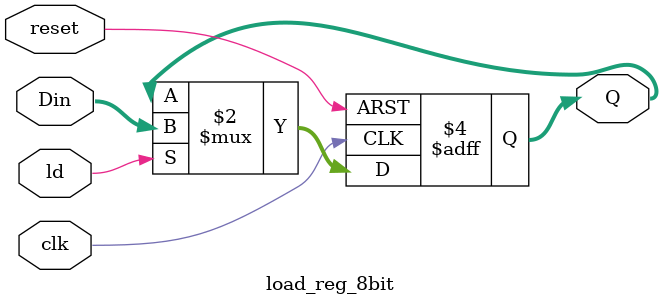
<source format=v>
module load_reg_8bit(
    input clk,
    input reset,
    input ld,
    input [7:0] Din,
    output reg [7:0] Q
    );
    
    always @ ( posedge clk, posedge reset)
        if (reset)
            Q <= 8'h00;
        else
            if (ld)
                Q <= Din;
    
endmodule

</source>
